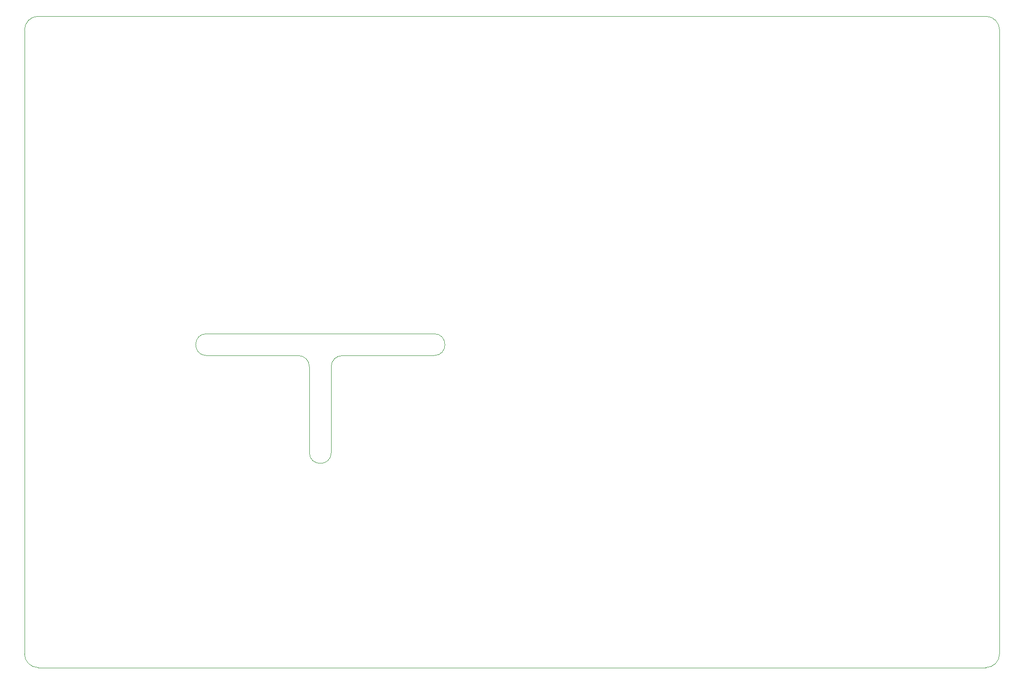
<source format=gko>
G04 #@! TF.GenerationSoftware,KiCad,Pcbnew,(5.1.5)-3*
G04 #@! TF.CreationDate,2020-04-25T14:47:18+02:00*
G04 #@! TF.ProjectId,electro-load,656c6563-7472-46f2-9d6c-6f61642e6b69,rev?*
G04 #@! TF.SameCoordinates,Original*
G04 #@! TF.FileFunction,Profile,NP*
%FSLAX46Y46*%
G04 Gerber Fmt 4.6, Leading zero omitted, Abs format (unit mm)*
G04 Created by KiCad (PCBNEW (5.1.5)-3) date 2020-04-25 14:47:18*
%MOMM*%
%LPD*%
G04 APERTURE LIST*
%ADD10C,0.050000*%
G04 APERTURE END LIST*
D10*
X95750000Y-91000000D02*
X112500000Y-91000000D01*
X95750000Y-91000000D02*
G75*
G02X95750000Y-87000000I0J2000000D01*
G01*
X137250000Y-87000000D02*
X95750000Y-87000000D01*
X120500000Y-91000000D02*
X137250000Y-91000000D01*
X112500000Y-91000000D02*
G75*
G02X114500000Y-93000000I0J-2000000D01*
G01*
X118500000Y-93000000D02*
G75*
G02X120500000Y-91000000I2000000J0D01*
G01*
X137250000Y-87000000D02*
G75*
G02X137250000Y-91000000I0J-2000000D01*
G01*
X118500000Y-108700000D02*
G75*
G02X114500000Y-108700000I-2000000J0D01*
G01*
X118500000Y-108700000D02*
X118500000Y-93000000D01*
X114500000Y-93000000D02*
X114500000Y-108700000D01*
X65000000Y-148000000D02*
G75*
G02X62500000Y-145500000I0J2500000D01*
G01*
X83600000Y-148000000D02*
X65000000Y-148000000D01*
X238000000Y-148000000D02*
X83600000Y-148000000D01*
X240500000Y-145500000D02*
X240500000Y-31500000D01*
X62500000Y-31500000D02*
X62500000Y-145500000D01*
X238000000Y-29000000D02*
X65000000Y-29000000D01*
X238000000Y-29000000D02*
G75*
G02X240500000Y-31500000I0J-2500000D01*
G01*
X240500000Y-145500000D02*
G75*
G02X238000000Y-148000000I-2500000J0D01*
G01*
X62500000Y-31500000D02*
G75*
G02X65000000Y-29000000I2500000J0D01*
G01*
M02*

</source>
